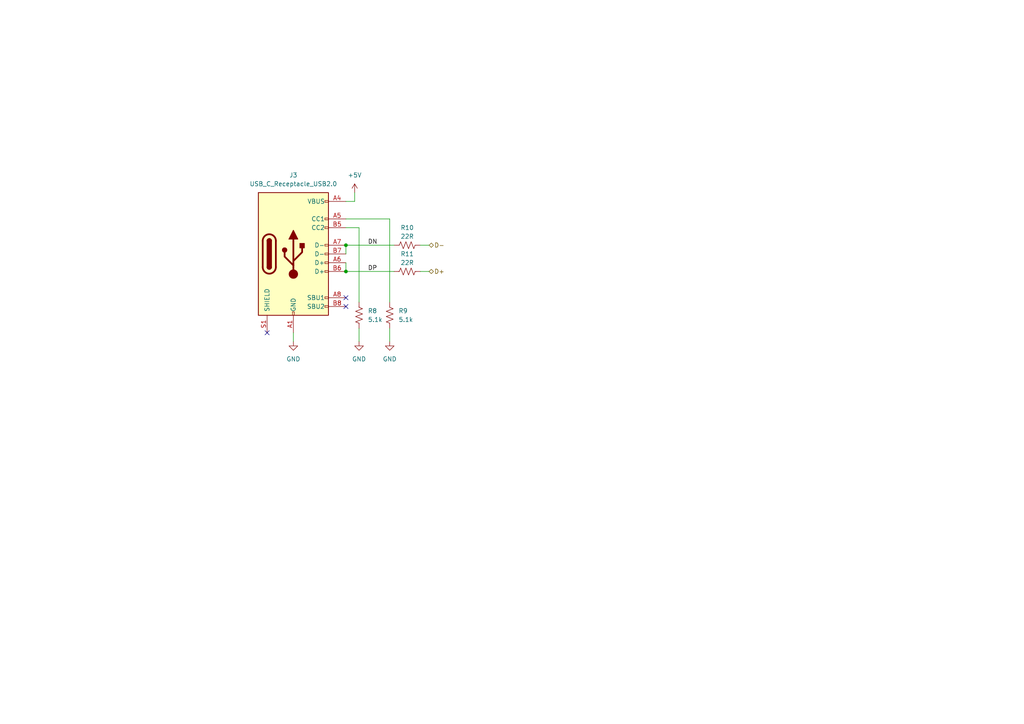
<source format=kicad_sch>
(kicad_sch (version 20211123) (generator eeschema)
  (paper "A4")
  (lib_symbols
    (symbol "Connector:USB_C_Receptacle_USB2.0" (pin_names (offset 1.016))
      (property "Reference" "J" (at -10.16 19.05 0))
      (property "Value" "USB_C_Receptacle_USB2.0" (at 19.05 19.05 0))
      (symbol "USB_C_Receptacle_USB2.0_0_0"
        (rectangle (start -0.254 -17.78) (end 0.254 -16.764))
        (rectangle (start 10.16 -14.986) (end 9.144 -15.494))
        (rectangle (start 10.16 -12.446) (end 9.144 -12.954))
        (rectangle (start 10.16 -4.826) (end 9.144 -5.334))
        (rectangle (start 10.16 -2.286) (end 9.144 -2.794))
        (rectangle (start 10.16 0.254) (end 9.144 -0.254))
        (rectangle (start 10.16 2.794) (end 9.144 2.286))
        (rectangle (start 10.16 7.874) (end 9.144 7.366))
        (rectangle (start 10.16 10.414) (end 9.144 9.906))
        (rectangle (start 10.16 15.494) (end 9.144 14.986))
      )
      (symbol "USB_C_Receptacle_USB2.0_0_1"
        (rectangle (start -10.16 17.78) (end 10.16 -17.78) (stroke (width 0.254)) (fill (type background)))
        (arc (start -8.89 -3.81) (mid -6.985 -5.715) (end -5.08 -3.81) (stroke (width 0.508)))
        (arc (start -7.62 -3.81) (mid -6.985 -4.445) (end -6.35 -3.81) (stroke (width 0.254)))
        (arc (start -7.62 -3.81) (mid -6.985 -4.445) (end -6.35 -3.81) (stroke (width 0.254)) (fill (type outline)))
        (rectangle (start -7.62 -3.81) (end -6.35 3.81) (stroke (width 0.254)) (fill (type outline)))
        (arc (start -6.35 3.81) (mid -6.985 4.445) (end -7.62 3.81) (stroke (width 0.254)))
        (arc (start -6.35 3.81) (mid -6.985 4.445) (end -7.62 3.81) (stroke (width 0.254)) (fill (type outline)))
        (arc (start -5.08 3.81) (mid -6.985 5.715) (end -8.89 3.81) (stroke (width 0.508)))
        (circle (center -2.54 1.143) (radius 0.635) (stroke (width 0.254)) (fill (type outline)))
        (circle (center 0 -5.842) (radius 1.27) (fill (type outline)))
        (polyline (pts (xy -8.89 -3.81) (xy -8.89 3.81)) (stroke (width 0.508)))
        (polyline (pts (xy -5.08 3.81) (xy -5.08 -3.81)) (stroke (width 0.508)))
        (polyline (pts (xy 0 -5.842) (xy 0 4.318)) (stroke (width 0.508)))
        (polyline (pts (xy 0 -3.302) (xy -2.54 -0.762) (xy -2.54 0.508)) (stroke (width 0.508)))
        (polyline (pts (xy 0 -2.032) (xy 2.54 0.508) (xy 2.54 1.778)) (stroke (width 0.508)))
        (polyline (pts (xy -1.27 4.318) (xy 0 6.858) (xy 1.27 4.318) (xy -1.27 4.318)) (stroke (width 0.254)) (fill (type outline)))
        (rectangle (start 1.905 1.778) (end 3.175 3.048) (stroke (width 0.254)) (fill (type outline)))
      )
      (symbol "USB_C_Receptacle_USB2.0_1_1"
        (pin passive line (at 0 -22.86 90) (length 5.08) (name "GND") (number "A1"))
        (pin passive line (at 0 -22.86 90) (length 5.08) hide (name "GND") (number "A12"))
        (pin passive line (at 15.24 15.24 180) (length 5.08) (name "VBUS") (number "A4"))
        (pin bidirectional line (at 15.24 10.16 180) (length 5.08) (name "CC1") (number "A5"))
        (pin bidirectional line (at 15.24 -2.54 180) (length 5.08) (name "D+") (number "A6"))
        (pin bidirectional line (at 15.24 2.54 180) (length 5.08) (name "D-") (number "A7"))
        (pin bidirectional line (at 15.24 -12.7 180) (length 5.08) (name "SBU1") (number "A8"))
        (pin passive line (at 15.24 15.24 180) (length 5.08) hide (name "VBUS") (number "A9"))
        (pin passive line (at 0 -22.86 90) (length 5.08) hide (name "GND") (number "B1"))
        (pin passive line (at 0 -22.86 90) (length 5.08) hide (name "GND") (number "B12"))
        (pin passive line (at 15.24 15.24 180) (length 5.08) hide (name "VBUS") (number "B4"))
        (pin bidirectional line (at 15.24 7.62 180) (length 5.08) (name "CC2") (number "B5"))
        (pin bidirectional line (at 15.24 -5.08 180) (length 5.08) (name "D+") (number "B6"))
        (pin bidirectional line (at 15.24 0 180) (length 5.08) (name "D-") (number "B7"))
        (pin bidirectional line (at 15.24 -15.24 180) (length 5.08) (name "SBU2") (number "B8"))
        (pin passive line (at 15.24 15.24 180) (length 5.08) hide (name "VBUS") (number "B9"))
        (pin passive line (at -7.62 -22.86 90) (length 5.08) (name "SHIELD") (number "S1"))
      )
    )
    (symbol "Device:R_US" (pin_numbers hide) (pin_names (offset 0))
      (property "Reference" "R" (at 2.54 0 90))
      (property "Value" "R_US" (at -2.54 0 90))
      (symbol "R_US_0_1"
        (polyline (pts (xy 0 -2.286) (xy 0 -2.54)))
        (polyline (pts (xy 0 2.286) (xy 0 2.54)))
        (polyline (pts (xy 0 -0.762) (xy 1.016 -1.143) (xy 0 -1.524) (xy -1.016 -1.905) (xy 0 -2.286)))
        (polyline (pts (xy 0 0.762) (xy 1.016 0.381) (xy 0 0) (xy -1.016 -0.381) (xy 0 -0.762)))
        (polyline (pts (xy 0 2.286) (xy 1.016 1.905) (xy 0 1.524) (xy -1.016 1.143) (xy 0 0.762)))
      )
      (symbol "R_US_1_1"
        (pin passive line (at 0 3.81 270) (length 1.27) (name "~") (number "1"))
        (pin passive line (at 0 -3.81 90) (length 1.27) (name "~") (number "2"))
      )
    )
    (symbol "power:+5V" (power) (pin_names (offset 0))
      (property "Value" "+5V" (at 0 3.556 0))
      (symbol "+5V_0_1"
        (polyline (pts (xy -0.762 1.27) (xy 0 2.54)))
        (polyline (pts (xy 0 0) (xy 0 2.54)))
        (polyline (pts (xy 0 2.54) (xy 0.762 1.27)))
      )
      (symbol "+5V_1_1"
        (pin power_in line (at 0 0 90) (length 0) hide (name "+5V") (number "1"))
      )
    )
    (symbol "power:GND" (power) (pin_names (offset 0))
      (property "Value" "GND" (at 0 -3.81 0))
      (symbol "GND_0_1"
        (polyline (pts (xy 0 0) (xy 0 -1.27) (xy 1.27 -1.27) (xy 0 -2.54) (xy -1.27 -1.27) (xy 0 -1.27)))
      )
      (symbol "GND_1_1"
        (pin power_in line (at 0 0 270) (length 0) hide (name "GND") (number "1"))
      )
    )
  )
  (junction (at 100.33 71.12))
  (junction (at 100.33 78.74))
  (no_connect (at 100.33 88.9))
  (no_connect (at 77.47 96.52))
  (no_connect (at 100.33 86.36))
  (wire (pts (xy 121.92 71.12) (xy 124.46 71.12)))
  (wire (pts (xy 113.03 63.5) (xy 100.33 63.5)))
  (wire (pts (xy 100.33 71.12) (xy 100.33 73.66)))
  (wire (pts (xy 85.09 96.52) (xy 85.09 99.06)))
  (wire (pts (xy 100.33 78.74) (xy 114.3 78.74)))
  (wire (pts (xy 100.33 66.04) (xy 104.14 66.04)))
  (wire (pts (xy 113.03 95.25) (xy 113.03 99.06)))
  (wire (pts (xy 102.87 58.42) (xy 100.33 58.42)))
  (wire (pts (xy 102.87 55.88) (xy 102.87 58.42)))
  (wire (pts (xy 104.14 66.04) (xy 104.14 87.63)))
  (wire (pts (xy 114.3 71.12) (xy 100.33 71.12)))
  (wire (pts (xy 113.03 87.63) (xy 113.03 63.5)))
  (wire (pts (xy 100.33 76.2) (xy 100.33 78.74)))
  (wire (pts (xy 121.92 78.74) (xy 124.46 78.74)))
  (wire (pts (xy 104.14 95.25) (xy 104.14 99.06)))
  (label "DN" (at 106.68 71.12 0))
  (label "DP" (at 106.68 78.74 0))
  (hierarchical_label "D-" (shape bidirectional) (at 124.46 71.12 0))
  (hierarchical_label "D+" (shape bidirectional) (at 124.46 78.74 0))
  (symbol (lib_id "power:GND") (at 113.03 99.06 0) (unit 1)
    (property "Reference" "#PWR033" (effects hide))
    (property "Value" "GND" (at 113.03 104.14 0))
  )
  (symbol (lib_id "Device:R_US") (at 113.03 91.44 0) (unit 1)
    (property "Reference" "R9" (at 115.57 90.1699 0) (effects (justify left)))
    (property "Value" "5.1k" (at 115.57 92.7099 0) (effects (justify left)))
    (property "Footprint" "Resistor_SMD:R_0603_1608Metric" (effects hide))
    (property "LCSC Part Number" "C23186" (effects hide))
  )
  (symbol (lib_id "Device:R_US") (at 118.11 71.12 90) (unit 1)
    (property "Reference" "R10" (at 118.11 66.04 90))
    (property "Value" "22R" (at 118.11 68.58 90))
    (property "Footprint" "Resistor_SMD:R_0603_1608Metric" (effects hide))
    (property "LCSC Part Number" "C108405" (effects hide))
  )
  (symbol (lib_id "power:+5V") (at 102.87 55.88 0) (unit 1)
    (property "Reference" "#PWR031" (effects hide))
    (property "Value" "+5V" (at 102.87 50.8 0))
  )
  (symbol (lib_id "Device:R_US") (at 118.11 78.74 90) (unit 1)
    (property "Reference" "R11" (at 118.11 73.66 90))
    (property "Value" "22R" (at 118.11 76.2 90))
    (property "Footprint" "Resistor_SMD:R_0603_1608Metric" (effects hide))
    (property "LCSC Part Number" "C108405" (effects hide))
  )
  (symbol (lib_id "Connector:USB_C_Receptacle_USB2.0") (at 85.09 73.66 0) (unit 1)
    (property "Reference" "J3" (at 85.09 50.8 0))
    (property "Value" "USB_C_Receptacle_USB2.0" (at 85.09 53.34 0))
    (property "Footprint" "Connector_USB:USB_C_Receptacle_Molex_105450-0101" (effects hide))
    (property "Datasheet" "https://www.usb.org/sites/default/files/documents/usb_type-c.zip" (effects hide))
    (property "LCSC Part Number" "C134092" (effects hide))
  )
  (symbol (lib_id "power:GND") (at 85.09 99.06 0) (unit 1)
    (property "Reference" "#PWR030" (effects hide))
    (property "Value" "GND" (at 85.09 104.14 0))
  )
  (symbol (lib_id "Device:R_US") (at 104.14 91.44 0) (unit 1)
    (property "Reference" "R8" (at 106.68 90.1699 0) (effects (justify left)))
    (property "Value" "5.1k" (at 106.68 92.7099 0) (effects (justify left)))
    (property "Footprint" "Resistor_SMD:R_0603_1608Metric" (effects hide))
    (property "LCSC Part Number" "C23186" (effects hide))
  )
  (symbol (lib_id "power:GND") (at 104.14 99.06 0) (unit 1)
    (property "Reference" "#PWR032" (effects hide))
    (property "Value" "GND" (at 104.14 104.14 0))
  )
)
</source>
